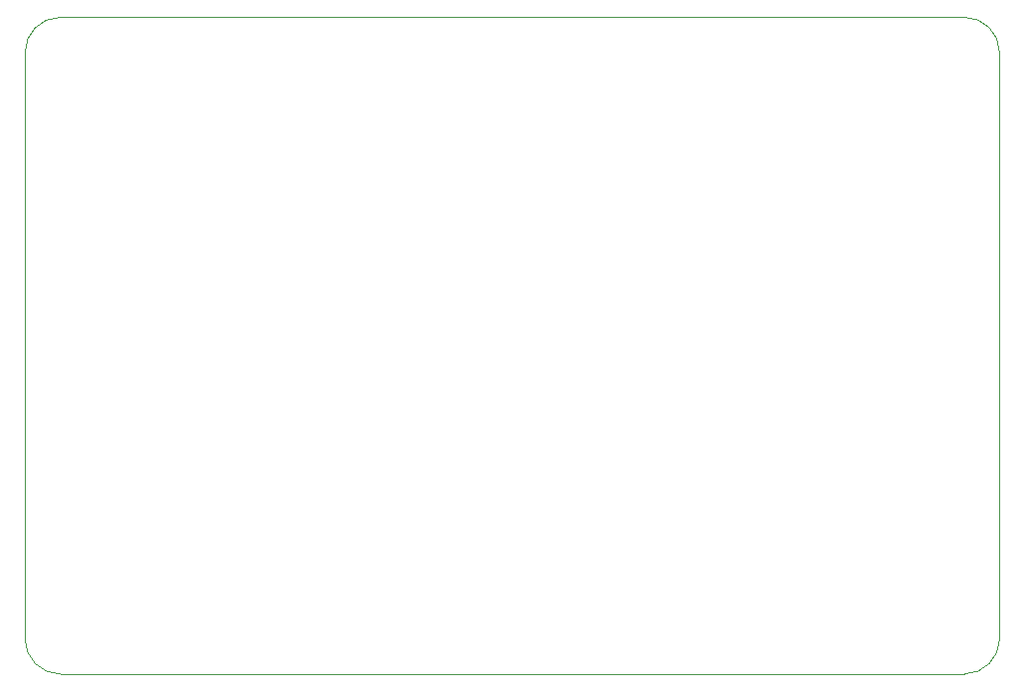
<source format=gbr>
%TF.GenerationSoftware,KiCad,Pcbnew,8.0.5*%
%TF.CreationDate,2024-12-07T17:39:48-08:00*%
%TF.ProjectId,Groundstation_433_Hat,47726f75-6e64-4737-9461-74696f6e5f34,1.2*%
%TF.SameCoordinates,Original*%
%TF.FileFunction,Profile,NP*%
%FSLAX46Y46*%
G04 Gerber Fmt 4.6, Leading zero omitted, Abs format (unit mm)*
G04 Created by KiCad (PCBNEW 8.0.5) date 2024-12-07 17:39:48*
%MOMM*%
%LPD*%
G01*
G04 APERTURE LIST*
%TA.AperFunction,Profile*%
%ADD10C,0.100000*%
%TD*%
G04 APERTURE END LIST*
D10*
X115000000Y-116000000D02*
G75*
G02*
X112000000Y-113000000I100J3000100D01*
G01*
X112000000Y-113000000D02*
X112000000Y-63000000D01*
X192000000Y-60000000D02*
X115000000Y-60000000D01*
X195000000Y-113000000D02*
G75*
G02*
X192000000Y-116000000I-3000000J0D01*
G01*
X195000000Y-63000000D02*
X195000000Y-113000000D01*
X112000000Y-63000000D02*
G75*
G02*
X115000000Y-60000000I3000000J0D01*
G01*
X192000000Y-60000000D02*
G75*
G02*
X195000000Y-63000000I0J-3000000D01*
G01*
X192000000Y-116000000D02*
X115000000Y-116000000D01*
M02*

</source>
